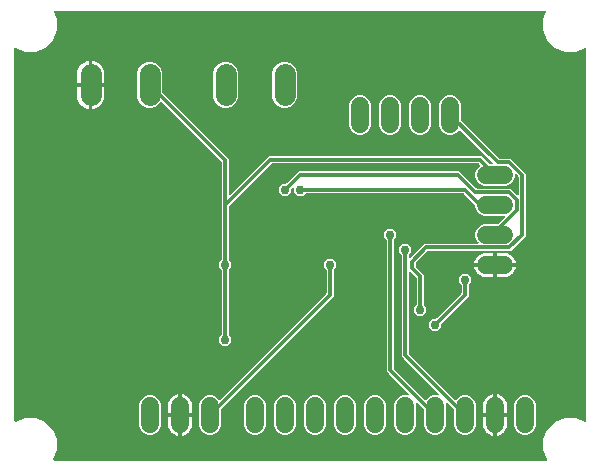
<source format=gbr>
G04 EAGLE Gerber RS-274X export*
G75*
%MOMM*%
%FSLAX34Y34*%
%LPD*%
%INBottom Copper*%
%IPPOS*%
%AMOC8*
5,1,8,0,0,1.08239X$1,22.5*%
G01*
%ADD10C,1.524000*%
%ADD11C,1.790700*%
%ADD12C,0.756400*%
%ADD13C,0.304800*%

G36*
X462338Y11946D02*
X462338Y11946D01*
X462383Y11944D01*
X462458Y11966D01*
X462535Y11979D01*
X462576Y12000D01*
X462620Y12013D01*
X462684Y12057D01*
X462752Y12094D01*
X462784Y12127D01*
X462822Y12153D01*
X462868Y12216D01*
X462922Y12272D01*
X462941Y12314D01*
X462968Y12350D01*
X462993Y12424D01*
X463025Y12495D01*
X463030Y12541D01*
X463045Y12584D01*
X463044Y12662D01*
X463052Y12739D01*
X463043Y12784D01*
X463042Y12830D01*
X463004Y12962D01*
X463000Y12980D01*
X462998Y12984D01*
X462996Y12991D01*
X459739Y20853D01*
X459739Y29947D01*
X463220Y38350D01*
X469650Y44780D01*
X478053Y48261D01*
X487147Y48261D01*
X495009Y45004D01*
X495053Y44994D01*
X495095Y44975D01*
X495172Y44966D01*
X495248Y44948D01*
X495294Y44953D01*
X495339Y44948D01*
X495416Y44964D01*
X495493Y44971D01*
X495535Y44990D01*
X495580Y45000D01*
X495647Y45040D01*
X495718Y45071D01*
X495752Y45102D01*
X495791Y45126D01*
X495842Y45185D01*
X495899Y45238D01*
X495921Y45278D01*
X495951Y45313D01*
X495980Y45385D01*
X496017Y45453D01*
X496026Y45498D01*
X496043Y45541D01*
X496058Y45677D01*
X496061Y45695D01*
X496060Y45700D01*
X496061Y45708D01*
X496061Y360692D01*
X496054Y360738D01*
X496056Y360783D01*
X496034Y360858D01*
X496022Y360935D01*
X496000Y360976D01*
X495987Y361020D01*
X495943Y361084D01*
X495906Y361152D01*
X495873Y361184D01*
X495847Y361222D01*
X495784Y361268D01*
X495728Y361322D01*
X495686Y361341D01*
X495650Y361368D01*
X495576Y361393D01*
X495505Y361425D01*
X495459Y361430D01*
X495416Y361445D01*
X495338Y361444D01*
X495261Y361452D01*
X495216Y361443D01*
X495170Y361442D01*
X495038Y361404D01*
X495020Y361400D01*
X495016Y361398D01*
X495009Y361396D01*
X487147Y358139D01*
X478053Y358139D01*
X469650Y361620D01*
X463220Y368050D01*
X459739Y376453D01*
X459739Y385547D01*
X462365Y391887D01*
X462376Y391931D01*
X462395Y391973D01*
X462404Y392050D01*
X462421Y392126D01*
X462417Y392172D01*
X462422Y392217D01*
X462406Y392294D01*
X462398Y392371D01*
X462380Y392413D01*
X462370Y392458D01*
X462330Y392525D01*
X462298Y392596D01*
X462267Y392630D01*
X462244Y392669D01*
X462185Y392720D01*
X462132Y392777D01*
X462092Y392799D01*
X462057Y392829D01*
X461985Y392858D01*
X461916Y392895D01*
X461871Y392904D01*
X461829Y392921D01*
X461693Y392936D01*
X461674Y392939D01*
X461669Y392938D01*
X461662Y392939D01*
X46338Y392939D01*
X46293Y392932D01*
X46247Y392934D01*
X46172Y392912D01*
X46095Y392900D01*
X46055Y392878D01*
X46011Y392865D01*
X45947Y392821D01*
X45878Y392784D01*
X45846Y392751D01*
X45809Y392725D01*
X45762Y392662D01*
X45709Y392606D01*
X45689Y392564D01*
X45662Y392528D01*
X45638Y392454D01*
X45605Y392383D01*
X45600Y392337D01*
X45586Y392294D01*
X45586Y392216D01*
X45578Y392139D01*
X45588Y392094D01*
X45588Y392048D01*
X45626Y391916D01*
X45630Y391898D01*
X45633Y391894D01*
X45635Y391887D01*
X48261Y385547D01*
X48261Y376453D01*
X44780Y368050D01*
X38350Y361620D01*
X29947Y358139D01*
X20853Y358139D01*
X12991Y361396D01*
X12947Y361406D01*
X12905Y361425D01*
X12828Y361434D01*
X12752Y361452D01*
X12706Y361447D01*
X12661Y361452D01*
X12584Y361436D01*
X12507Y361429D01*
X12465Y361410D01*
X12420Y361400D01*
X12353Y361360D01*
X12282Y361329D01*
X12248Y361298D01*
X12209Y361274D01*
X12159Y361215D01*
X12101Y361162D01*
X12079Y361122D01*
X12049Y361087D01*
X12020Y361015D01*
X11983Y360947D01*
X11974Y360902D01*
X11957Y360859D01*
X11942Y360723D01*
X11939Y360705D01*
X11940Y360700D01*
X11939Y360692D01*
X11939Y45708D01*
X11946Y45662D01*
X11944Y45617D01*
X11966Y45542D01*
X11979Y45465D01*
X12000Y45424D01*
X12013Y45380D01*
X12057Y45316D01*
X12094Y45248D01*
X12127Y45216D01*
X12153Y45178D01*
X12216Y45132D01*
X12272Y45078D01*
X12314Y45059D01*
X12350Y45032D01*
X12424Y45007D01*
X12495Y44975D01*
X12541Y44970D01*
X12584Y44955D01*
X12662Y44956D01*
X12739Y44948D01*
X12784Y44957D01*
X12830Y44958D01*
X12962Y44996D01*
X12980Y45000D01*
X12984Y45002D01*
X12991Y45004D01*
X20853Y48261D01*
X29947Y48261D01*
X38350Y44780D01*
X44780Y38350D01*
X48261Y29947D01*
X48261Y20853D01*
X45004Y12991D01*
X44994Y12947D01*
X44975Y12905D01*
X44966Y12828D01*
X44948Y12752D01*
X44953Y12706D01*
X44948Y12661D01*
X44964Y12584D01*
X44971Y12507D01*
X44990Y12465D01*
X45000Y12420D01*
X45040Y12353D01*
X45071Y12282D01*
X45102Y12248D01*
X45126Y12209D01*
X45185Y12159D01*
X45238Y12101D01*
X45278Y12079D01*
X45313Y12049D01*
X45385Y12020D01*
X45453Y11983D01*
X45498Y11974D01*
X45541Y11957D01*
X45677Y11942D01*
X45695Y11939D01*
X45700Y11940D01*
X45708Y11939D01*
X462292Y11939D01*
X462338Y11946D01*
G37*
%LPC*%
G36*
X341081Y34035D02*
X341081Y34035D01*
X337720Y35427D01*
X335147Y38000D01*
X333755Y41361D01*
X333755Y60239D01*
X335147Y63600D01*
X337720Y66173D01*
X341081Y67565D01*
X344719Y67565D01*
X345459Y67258D01*
X345554Y67236D01*
X345647Y67207D01*
X345673Y67208D01*
X345699Y67202D01*
X345795Y67211D01*
X345893Y67214D01*
X345917Y67223D01*
X345943Y67225D01*
X346032Y67265D01*
X346124Y67298D01*
X346144Y67314D01*
X346168Y67325D01*
X346240Y67391D01*
X346316Y67452D01*
X346330Y67474D01*
X346349Y67492D01*
X346396Y67577D01*
X346449Y67659D01*
X346455Y67684D01*
X346468Y67707D01*
X346485Y67803D01*
X346509Y67897D01*
X346507Y67923D01*
X346512Y67949D01*
X346497Y68046D01*
X346490Y68142D01*
X346480Y68166D01*
X346476Y68192D01*
X346432Y68279D01*
X346393Y68369D01*
X346373Y68394D01*
X346364Y68412D01*
X346341Y68435D01*
X346289Y68500D01*
X329160Y85628D01*
X327151Y87637D01*
X327151Y198429D01*
X327137Y198519D01*
X327129Y198610D01*
X327117Y198639D01*
X327112Y198671D01*
X327069Y198752D01*
X327033Y198836D01*
X327007Y198868D01*
X326996Y198889D01*
X326973Y198911D01*
X326962Y198925D01*
X326955Y198936D01*
X326948Y198942D01*
X326928Y198967D01*
X324893Y201002D01*
X324893Y205398D01*
X328002Y208507D01*
X332398Y208507D01*
X335507Y205398D01*
X335507Y201002D01*
X333472Y198967D01*
X333427Y198905D01*
X333397Y198873D01*
X333391Y198861D01*
X333359Y198823D01*
X333347Y198793D01*
X333328Y198767D01*
X333301Y198680D01*
X333267Y198595D01*
X333263Y198554D01*
X333256Y198532D01*
X333257Y198500D01*
X333249Y198429D01*
X333249Y90478D01*
X333263Y90388D01*
X333271Y90297D01*
X333283Y90267D01*
X333288Y90235D01*
X333331Y90155D01*
X333367Y90071D01*
X333393Y90039D01*
X333404Y90018D01*
X333427Y89996D01*
X333472Y89940D01*
X359641Y63770D01*
X359657Y63759D01*
X359670Y63743D01*
X359757Y63687D01*
X359841Y63627D01*
X359860Y63621D01*
X359877Y63610D01*
X359977Y63585D01*
X360076Y63554D01*
X360096Y63555D01*
X360115Y63550D01*
X360218Y63558D01*
X360322Y63561D01*
X360341Y63568D01*
X360360Y63569D01*
X360455Y63610D01*
X360553Y63645D01*
X360569Y63658D01*
X360587Y63666D01*
X360718Y63770D01*
X363120Y66173D01*
X366481Y67565D01*
X370119Y67565D01*
X370859Y67258D01*
X370954Y67236D01*
X371047Y67207D01*
X371073Y67208D01*
X371099Y67202D01*
X371195Y67211D01*
X371293Y67214D01*
X371317Y67223D01*
X371343Y67225D01*
X371432Y67265D01*
X371524Y67298D01*
X371544Y67315D01*
X371568Y67325D01*
X371640Y67391D01*
X371716Y67452D01*
X371730Y67474D01*
X371749Y67492D01*
X371796Y67577D01*
X371849Y67659D01*
X371855Y67684D01*
X371868Y67707D01*
X371885Y67803D01*
X371909Y67897D01*
X371907Y67923D01*
X371912Y67949D01*
X371897Y68046D01*
X371890Y68142D01*
X371880Y68166D01*
X371876Y68192D01*
X371832Y68279D01*
X371793Y68369D01*
X371773Y68394D01*
X371764Y68412D01*
X371741Y68435D01*
X371689Y68500D01*
X341860Y98328D01*
X339851Y100337D01*
X339851Y185729D01*
X339837Y185819D01*
X339829Y185910D01*
X339817Y185939D01*
X339812Y185971D01*
X339769Y186052D01*
X339733Y186136D01*
X339707Y186168D01*
X339696Y186189D01*
X339673Y186211D01*
X339628Y186267D01*
X337593Y188302D01*
X337593Y192698D01*
X340702Y195807D01*
X345098Y195807D01*
X348207Y192698D01*
X348207Y188302D01*
X346172Y186267D01*
X346119Y186193D01*
X346059Y186123D01*
X346047Y186093D01*
X346028Y186067D01*
X346001Y185980D01*
X345967Y185895D01*
X345963Y185854D01*
X345956Y185832D01*
X345957Y185800D01*
X345949Y185729D01*
X345949Y183957D01*
X345950Y183947D01*
X345950Y183942D01*
X345956Y183914D01*
X345960Y183887D01*
X345962Y183815D01*
X345980Y183766D01*
X345988Y183714D01*
X346022Y183651D01*
X346047Y183584D01*
X346079Y183543D01*
X346104Y183497D01*
X346156Y183448D01*
X346200Y183392D01*
X346244Y183364D01*
X346282Y183328D01*
X346347Y183298D01*
X346407Y183259D01*
X346458Y183246D01*
X346505Y183224D01*
X346576Y183216D01*
X346646Y183199D01*
X346698Y183203D01*
X346749Y183197D01*
X346820Y183212D01*
X346891Y183218D01*
X346939Y183238D01*
X346990Y183249D01*
X347051Y183286D01*
X347117Y183314D01*
X347173Y183359D01*
X347201Y183375D01*
X347216Y183393D01*
X347248Y183419D01*
X357401Y193572D01*
X359410Y195581D01*
X404329Y195581D01*
X404400Y195592D01*
X404471Y195594D01*
X404520Y195612D01*
X404572Y195620D01*
X404635Y195654D01*
X404702Y195679D01*
X404743Y195711D01*
X404789Y195736D01*
X404838Y195788D01*
X404894Y195832D01*
X404923Y195876D01*
X404958Y195914D01*
X404989Y195979D01*
X405027Y196039D01*
X405040Y196090D01*
X405062Y196137D01*
X405070Y196208D01*
X405087Y196278D01*
X405083Y196330D01*
X405089Y196381D01*
X405074Y196452D01*
X405068Y196523D01*
X405048Y196571D01*
X405037Y196622D01*
X405000Y196683D01*
X404972Y196749D01*
X404927Y196805D01*
X404911Y196833D01*
X404893Y196848D01*
X404867Y196880D01*
X403727Y198020D01*
X402335Y201381D01*
X402335Y205019D01*
X403727Y208380D01*
X406300Y210953D01*
X409661Y212345D01*
X420925Y212345D01*
X421015Y212359D01*
X421106Y212367D01*
X421135Y212379D01*
X421167Y212384D01*
X421248Y212427D01*
X421332Y212463D01*
X421364Y212489D01*
X421385Y212500D01*
X421407Y212523D01*
X421463Y212568D01*
X427051Y218156D01*
X427093Y218214D01*
X427142Y218266D01*
X427164Y218313D01*
X427195Y218355D01*
X427216Y218424D01*
X427246Y218489D01*
X427252Y218541D01*
X427267Y218591D01*
X427265Y218662D01*
X427273Y218733D01*
X427262Y218784D01*
X427261Y218836D01*
X427236Y218904D01*
X427221Y218974D01*
X427194Y219019D01*
X427176Y219067D01*
X427131Y219123D01*
X427095Y219185D01*
X427055Y219219D01*
X427022Y219259D01*
X426962Y219298D01*
X426908Y219345D01*
X426859Y219364D01*
X426816Y219392D01*
X426746Y219410D01*
X426679Y219437D01*
X426608Y219445D01*
X426577Y219453D01*
X426554Y219451D01*
X426513Y219455D01*
X409661Y219455D01*
X406300Y220847D01*
X403727Y223420D01*
X402335Y226781D01*
X402335Y228038D01*
X402321Y228128D01*
X402313Y228219D01*
X402301Y228249D01*
X402296Y228281D01*
X402253Y228361D01*
X402217Y228445D01*
X402191Y228477D01*
X402180Y228498D01*
X402157Y228520D01*
X402112Y228576D01*
X392660Y238028D01*
X392586Y238081D01*
X392517Y238141D01*
X392487Y238153D01*
X392460Y238172D01*
X392373Y238199D01*
X392289Y238233D01*
X392248Y238237D01*
X392225Y238244D01*
X392193Y238243D01*
X392122Y238251D01*
X258771Y238251D01*
X258681Y238237D01*
X258590Y238229D01*
X258561Y238217D01*
X258529Y238212D01*
X258448Y238169D01*
X258364Y238133D01*
X258332Y238107D01*
X258311Y238096D01*
X258289Y238073D01*
X258233Y238028D01*
X256198Y235993D01*
X251802Y235993D01*
X248693Y239102D01*
X248693Y242544D01*
X248682Y242615D01*
X248680Y242686D01*
X248662Y242735D01*
X248654Y242787D01*
X248620Y242850D01*
X248595Y242917D01*
X248563Y242958D01*
X248538Y243004D01*
X248486Y243053D01*
X248442Y243109D01*
X248398Y243137D01*
X248360Y243173D01*
X248295Y243204D01*
X248235Y243242D01*
X248184Y243255D01*
X248137Y243277D01*
X248066Y243285D01*
X247996Y243302D01*
X247944Y243298D01*
X247893Y243304D01*
X247822Y243289D01*
X247751Y243283D01*
X247703Y243263D01*
X247652Y243252D01*
X247591Y243215D01*
X247525Y243187D01*
X247469Y243142D01*
X247441Y243126D01*
X247426Y243108D01*
X247394Y243082D01*
X246830Y242518D01*
X246776Y242444D01*
X246717Y242375D01*
X246705Y242345D01*
X246686Y242318D01*
X246659Y242231D01*
X246625Y242147D01*
X246621Y242106D01*
X246614Y242083D01*
X246615Y242051D01*
X246607Y241980D01*
X246607Y239102D01*
X243498Y235993D01*
X239102Y235993D01*
X235993Y239102D01*
X235993Y243498D01*
X239102Y246607D01*
X241980Y246607D01*
X242070Y246621D01*
X242161Y246629D01*
X242191Y246641D01*
X242223Y246646D01*
X242303Y246689D01*
X242387Y246725D01*
X242419Y246751D01*
X242440Y246762D01*
X242462Y246785D01*
X242518Y246830D01*
X252737Y257049D01*
X388729Y257049D01*
X403238Y242540D01*
X403312Y242487D01*
X403381Y242427D01*
X403411Y242415D01*
X403437Y242396D01*
X403524Y242369D01*
X403609Y242335D01*
X403650Y242331D01*
X403673Y242324D01*
X403705Y242325D01*
X403776Y242317D01*
X432402Y242317D01*
X434411Y240308D01*
X437612Y237107D01*
X437670Y237065D01*
X437722Y237015D01*
X437769Y236994D01*
X437811Y236963D01*
X437880Y236942D01*
X437945Y236912D01*
X437997Y236906D01*
X438047Y236891D01*
X438118Y236893D01*
X438189Y236885D01*
X438240Y236896D01*
X438292Y236897D01*
X438360Y236922D01*
X438430Y236937D01*
X438475Y236964D01*
X438523Y236982D01*
X438579Y237026D01*
X438641Y237063D01*
X438675Y237103D01*
X438715Y237135D01*
X438754Y237196D01*
X438801Y237250D01*
X438820Y237298D01*
X438848Y237342D01*
X438866Y237412D01*
X438893Y237478D01*
X438901Y237550D01*
X438909Y237581D01*
X438907Y237604D01*
X438911Y237645D01*
X438911Y252269D01*
X438897Y252359D01*
X438889Y252450D01*
X438877Y252479D01*
X438872Y252511D01*
X438829Y252592D01*
X438793Y252676D01*
X438767Y252708D01*
X438756Y252729D01*
X438733Y252751D01*
X438688Y252807D01*
X437164Y254331D01*
X437106Y254373D01*
X437054Y254422D01*
X437007Y254444D01*
X436965Y254475D01*
X436896Y254496D01*
X436831Y254526D01*
X436779Y254532D01*
X436729Y254547D01*
X436658Y254545D01*
X436587Y254553D01*
X436536Y254542D01*
X436484Y254541D01*
X436416Y254516D01*
X436346Y254501D01*
X436301Y254474D01*
X436253Y254456D01*
X436197Y254411D01*
X436135Y254375D01*
X436101Y254335D01*
X436061Y254302D01*
X436022Y254242D01*
X435975Y254188D01*
X435956Y254139D01*
X435928Y254096D01*
X435910Y254026D01*
X435883Y253959D01*
X435875Y253888D01*
X435867Y253857D01*
X435869Y253834D01*
X435865Y253793D01*
X435865Y252181D01*
X434473Y248820D01*
X431900Y246247D01*
X428539Y244855D01*
X409661Y244855D01*
X406300Y246247D01*
X403727Y248820D01*
X402335Y252181D01*
X402335Y255819D01*
X403727Y259180D01*
X406130Y261582D01*
X406141Y261598D01*
X406157Y261611D01*
X406213Y261698D01*
X406273Y261782D01*
X406279Y261801D01*
X406290Y261818D01*
X406315Y261918D01*
X406346Y262017D01*
X406345Y262037D01*
X406350Y262056D01*
X406342Y262159D01*
X406339Y262263D01*
X406332Y262282D01*
X406331Y262302D01*
X406290Y262396D01*
X406255Y262494D01*
X406242Y262510D01*
X406234Y262528D01*
X406130Y262659D01*
X405360Y263428D01*
X405286Y263481D01*
X405217Y263541D01*
X405187Y263553D01*
X405160Y263572D01*
X405073Y263599D01*
X404989Y263633D01*
X404948Y263637D01*
X404925Y263644D01*
X404893Y263643D01*
X404822Y263651D01*
X230178Y263651D01*
X230088Y263637D01*
X229997Y263629D01*
X229967Y263617D01*
X229935Y263612D01*
X229855Y263569D01*
X229771Y263533D01*
X229739Y263507D01*
X229718Y263496D01*
X229696Y263473D01*
X229640Y263428D01*
X193772Y227560D01*
X193719Y227486D01*
X193659Y227417D01*
X193647Y227387D01*
X193628Y227360D01*
X193601Y227273D01*
X193567Y227189D01*
X193563Y227148D01*
X193556Y227125D01*
X193557Y227093D01*
X193549Y227022D01*
X193549Y182571D01*
X193563Y182481D01*
X193571Y182390D01*
X193583Y182361D01*
X193588Y182329D01*
X193631Y182248D01*
X193667Y182164D01*
X193693Y182132D01*
X193704Y182111D01*
X193727Y182089D01*
X193772Y182033D01*
X195807Y179998D01*
X195807Y175602D01*
X193772Y173567D01*
X193719Y173493D01*
X193659Y173423D01*
X193647Y173393D01*
X193628Y173367D01*
X193601Y173280D01*
X193567Y173195D01*
X193563Y173154D01*
X193556Y173132D01*
X193557Y173100D01*
X193549Y173029D01*
X193549Y119071D01*
X193563Y118981D01*
X193571Y118890D01*
X193583Y118861D01*
X193588Y118829D01*
X193631Y118748D01*
X193667Y118664D01*
X193693Y118632D01*
X193704Y118611D01*
X193727Y118589D01*
X193772Y118533D01*
X195807Y116498D01*
X195807Y112102D01*
X192698Y108993D01*
X188302Y108993D01*
X185193Y112102D01*
X185193Y116498D01*
X187228Y118533D01*
X187281Y118607D01*
X187341Y118677D01*
X187353Y118707D01*
X187372Y118733D01*
X187399Y118820D01*
X187433Y118905D01*
X187437Y118946D01*
X187444Y118968D01*
X187443Y119000D01*
X187451Y119071D01*
X187451Y173029D01*
X187437Y173119D01*
X187429Y173210D01*
X187417Y173239D01*
X187412Y173271D01*
X187369Y173352D01*
X187333Y173436D01*
X187307Y173468D01*
X187296Y173489D01*
X187273Y173511D01*
X187228Y173567D01*
X185193Y175602D01*
X185193Y179998D01*
X187228Y182033D01*
X187281Y182107D01*
X187341Y182177D01*
X187353Y182207D01*
X187372Y182233D01*
X187399Y182320D01*
X187433Y182405D01*
X187437Y182446D01*
X187444Y182468D01*
X187443Y182500D01*
X187451Y182571D01*
X187451Y264722D01*
X187437Y264812D01*
X187429Y264903D01*
X187417Y264933D01*
X187412Y264965D01*
X187369Y265045D01*
X187333Y265129D01*
X187307Y265161D01*
X187296Y265182D01*
X187273Y265204D01*
X187228Y265260D01*
X136785Y315704D01*
X136748Y315730D01*
X136717Y315764D01*
X136648Y315802D01*
X136585Y315847D01*
X136541Y315861D01*
X136501Y315883D01*
X136424Y315897D01*
X136350Y315919D01*
X136304Y315918D01*
X136259Y315926D01*
X136182Y315915D01*
X136104Y315913D01*
X136061Y315897D01*
X136016Y315891D01*
X135946Y315855D01*
X135873Y315829D01*
X135837Y315800D01*
X135796Y315779D01*
X135742Y315724D01*
X135681Y315675D01*
X135656Y315636D01*
X135624Y315604D01*
X135558Y315484D01*
X135548Y315468D01*
X135547Y315463D01*
X135543Y315457D01*
X135483Y315311D01*
X132535Y312363D01*
X128684Y310768D01*
X124516Y310768D01*
X120665Y312363D01*
X117717Y315311D01*
X116122Y319162D01*
X116122Y341238D01*
X117717Y345089D01*
X120665Y348037D01*
X124516Y349632D01*
X128684Y349632D01*
X132535Y348037D01*
X135483Y345089D01*
X137078Y341238D01*
X137078Y324349D01*
X137093Y324259D01*
X137100Y324168D01*
X137113Y324138D01*
X137118Y324106D01*
X137161Y324025D01*
X137196Y323941D01*
X137222Y323909D01*
X137233Y323889D01*
X137256Y323866D01*
X137301Y323810D01*
X193549Y267563D01*
X193549Y237798D01*
X193560Y237727D01*
X193562Y237656D01*
X193580Y237607D01*
X193588Y237555D01*
X193622Y237492D01*
X193647Y237425D01*
X193679Y237384D01*
X193704Y237338D01*
X193756Y237289D01*
X193800Y237233D01*
X193844Y237204D01*
X193882Y237169D01*
X193947Y237138D01*
X194007Y237100D01*
X194058Y237087D01*
X194105Y237065D01*
X194176Y237057D01*
X194246Y237040D01*
X194298Y237044D01*
X194349Y237038D01*
X194420Y237053D01*
X194491Y237059D01*
X194539Y237079D01*
X194590Y237090D01*
X194651Y237127D01*
X194717Y237155D01*
X194773Y237200D01*
X194801Y237216D01*
X194816Y237234D01*
X194848Y237260D01*
X227337Y269749D01*
X407663Y269749D01*
X414044Y263368D01*
X414118Y263315D01*
X414187Y263255D01*
X414217Y263243D01*
X414244Y263224D01*
X414331Y263197D01*
X414415Y263163D01*
X414456Y263159D01*
X414479Y263152D01*
X414511Y263153D01*
X414582Y263145D01*
X416506Y263145D01*
X416577Y263156D01*
X416648Y263158D01*
X416697Y263176D01*
X416749Y263184D01*
X416812Y263218D01*
X416879Y263243D01*
X416920Y263275D01*
X416966Y263300D01*
X417015Y263351D01*
X417071Y263396D01*
X417100Y263440D01*
X417135Y263478D01*
X417166Y263543D01*
X417204Y263603D01*
X417217Y263654D01*
X417239Y263701D01*
X417247Y263772D01*
X417264Y263842D01*
X417260Y263894D01*
X417266Y263945D01*
X417251Y264016D01*
X417245Y264087D01*
X417225Y264135D01*
X417214Y264186D01*
X417177Y264247D01*
X417149Y264313D01*
X417104Y264369D01*
X417088Y264397D01*
X417082Y264402D01*
X417081Y264403D01*
X417067Y264415D01*
X417044Y264444D01*
X389659Y291830D01*
X389643Y291841D01*
X389630Y291857D01*
X389543Y291913D01*
X389459Y291973D01*
X389440Y291979D01*
X389423Y291990D01*
X389323Y292015D01*
X389224Y292046D01*
X389204Y292045D01*
X389185Y292050D01*
X389082Y292042D01*
X388978Y292039D01*
X388959Y292032D01*
X388940Y292031D01*
X388845Y291990D01*
X388747Y291955D01*
X388731Y291942D01*
X388713Y291934D01*
X388582Y291830D01*
X386180Y289427D01*
X382819Y288035D01*
X379181Y288035D01*
X375820Y289427D01*
X373247Y292000D01*
X371855Y295361D01*
X371855Y314239D01*
X373247Y317600D01*
X375820Y320173D01*
X379181Y321565D01*
X382819Y321565D01*
X386180Y320173D01*
X388753Y317600D01*
X390145Y314239D01*
X390145Y300282D01*
X390159Y300192D01*
X390167Y300101D01*
X390179Y300071D01*
X390184Y300039D01*
X390227Y299959D01*
X390263Y299875D01*
X390289Y299843D01*
X390300Y299822D01*
X390323Y299800D01*
X390368Y299744D01*
X422172Y267940D01*
X422246Y267887D01*
X422315Y267827D01*
X422345Y267815D01*
X422372Y267796D01*
X422459Y267769D01*
X422543Y267735D01*
X422584Y267731D01*
X422607Y267724D01*
X422639Y267725D01*
X422710Y267717D01*
X432402Y267717D01*
X445009Y255110D01*
X445009Y202090D01*
X432402Y189483D01*
X362251Y189483D01*
X362161Y189469D01*
X362070Y189461D01*
X362040Y189449D01*
X362008Y189444D01*
X361928Y189401D01*
X361844Y189365D01*
X361812Y189339D01*
X361791Y189328D01*
X361769Y189305D01*
X361713Y189260D01*
X352042Y179589D01*
X351989Y179515D01*
X351929Y179446D01*
X351917Y179416D01*
X351898Y179389D01*
X351871Y179303D01*
X351837Y179218D01*
X351833Y179177D01*
X351826Y179154D01*
X351827Y179122D01*
X351819Y179051D01*
X351819Y176549D01*
X351833Y176459D01*
X351841Y176368D01*
X351853Y176338D01*
X351858Y176306D01*
X351901Y176226D01*
X351937Y176142D01*
X351963Y176110D01*
X351974Y176089D01*
X351997Y176067D01*
X352042Y176011D01*
X358649Y169404D01*
X358649Y144471D01*
X358663Y144381D01*
X358671Y144290D01*
X358683Y144261D01*
X358688Y144229D01*
X358731Y144148D01*
X358767Y144064D01*
X358793Y144032D01*
X358804Y144011D01*
X358827Y143989D01*
X358872Y143933D01*
X360907Y141898D01*
X360907Y137502D01*
X357798Y134393D01*
X353402Y134393D01*
X350293Y137502D01*
X350293Y141898D01*
X352328Y143933D01*
X352381Y144007D01*
X352441Y144077D01*
X352453Y144107D01*
X352472Y144133D01*
X352499Y144220D01*
X352533Y144305D01*
X352537Y144346D01*
X352544Y144368D01*
X352543Y144400D01*
X352551Y144471D01*
X352551Y166563D01*
X352537Y166653D01*
X352529Y166744D01*
X352517Y166773D01*
X352512Y166805D01*
X352469Y166886D01*
X352433Y166970D01*
X352407Y167002D01*
X352396Y167023D01*
X352373Y167045D01*
X352328Y167101D01*
X347248Y172181D01*
X347190Y172223D01*
X347138Y172272D01*
X347091Y172294D01*
X347049Y172325D01*
X346980Y172346D01*
X346915Y172376D01*
X346863Y172382D01*
X346813Y172397D01*
X346742Y172395D01*
X346671Y172403D01*
X346620Y172392D01*
X346568Y172391D01*
X346500Y172366D01*
X346430Y172351D01*
X346385Y172324D01*
X346337Y172306D01*
X346281Y172261D01*
X346219Y172225D01*
X346185Y172185D01*
X346145Y172152D01*
X346106Y172092D01*
X346059Y172038D01*
X346040Y171989D01*
X346012Y171946D01*
X345994Y171876D01*
X345967Y171809D01*
X345959Y171738D01*
X345951Y171707D01*
X345953Y171684D01*
X345949Y171643D01*
X345949Y103178D01*
X345963Y103088D01*
X345971Y102997D01*
X345983Y102967D01*
X345988Y102935D01*
X346031Y102855D01*
X346067Y102771D01*
X346093Y102739D01*
X346104Y102718D01*
X346127Y102696D01*
X346172Y102640D01*
X385041Y63770D01*
X385057Y63759D01*
X385070Y63743D01*
X385157Y63687D01*
X385241Y63627D01*
X385260Y63621D01*
X385277Y63610D01*
X385377Y63585D01*
X385476Y63554D01*
X385496Y63555D01*
X385515Y63550D01*
X385618Y63558D01*
X385722Y63561D01*
X385741Y63568D01*
X385760Y63569D01*
X385855Y63610D01*
X385953Y63645D01*
X385969Y63658D01*
X385987Y63666D01*
X386118Y63770D01*
X388520Y66173D01*
X391881Y67565D01*
X395519Y67565D01*
X398880Y66173D01*
X401453Y63600D01*
X402845Y60239D01*
X402845Y41361D01*
X401453Y38000D01*
X398880Y35427D01*
X395519Y34035D01*
X391881Y34035D01*
X388520Y35427D01*
X385947Y38000D01*
X384555Y41361D01*
X384555Y55318D01*
X384541Y55408D01*
X384533Y55499D01*
X384521Y55529D01*
X384516Y55561D01*
X384490Y55609D01*
X384490Y55610D01*
X384487Y55615D01*
X384473Y55641D01*
X384437Y55725D01*
X384411Y55757D01*
X384400Y55778D01*
X384377Y55800D01*
X384373Y55805D01*
X384364Y55821D01*
X384354Y55830D01*
X384332Y55856D01*
X378380Y61809D01*
X378301Y61865D01*
X378226Y61928D01*
X378201Y61937D01*
X378180Y61952D01*
X378087Y61981D01*
X377996Y62016D01*
X377970Y62017D01*
X377945Y62025D01*
X377848Y62022D01*
X377750Y62026D01*
X377725Y62019D01*
X377699Y62018D01*
X377607Y61985D01*
X377514Y61958D01*
X377493Y61943D01*
X377468Y61934D01*
X377392Y61873D01*
X377312Y61817D01*
X377296Y61796D01*
X377276Y61780D01*
X377223Y61698D01*
X377165Y61620D01*
X377157Y61595D01*
X377143Y61573D01*
X377119Y61479D01*
X377089Y61386D01*
X377089Y61360D01*
X377083Y61335D01*
X377091Y61238D01*
X377091Y61140D01*
X377101Y61109D01*
X377102Y61089D01*
X377115Y61059D01*
X377138Y60979D01*
X377445Y60239D01*
X377445Y41361D01*
X376053Y38000D01*
X373480Y35427D01*
X370119Y34035D01*
X366481Y34035D01*
X363120Y35427D01*
X360547Y38000D01*
X359155Y41361D01*
X359155Y55318D01*
X359141Y55408D01*
X359133Y55499D01*
X359121Y55529D01*
X359116Y55561D01*
X359090Y55609D01*
X359090Y55610D01*
X359087Y55615D01*
X359073Y55641D01*
X359037Y55725D01*
X359011Y55757D01*
X359000Y55778D01*
X358977Y55800D01*
X358973Y55805D01*
X358964Y55821D01*
X358954Y55830D01*
X358932Y55856D01*
X352980Y61809D01*
X352901Y61866D01*
X352826Y61928D01*
X352801Y61937D01*
X352780Y61952D01*
X352687Y61981D01*
X352596Y62016D01*
X352570Y62017D01*
X352545Y62025D01*
X352448Y62022D01*
X352350Y62026D01*
X352325Y62019D01*
X352299Y62018D01*
X352208Y61985D01*
X352114Y61958D01*
X352093Y61943D01*
X352068Y61934D01*
X351992Y61873D01*
X351912Y61817D01*
X351896Y61796D01*
X351876Y61780D01*
X351823Y61698D01*
X351765Y61620D01*
X351757Y61595D01*
X351743Y61573D01*
X351719Y61479D01*
X351689Y61386D01*
X351689Y61360D01*
X351683Y61335D01*
X351691Y61238D01*
X351691Y61140D01*
X351701Y61109D01*
X351702Y61089D01*
X351715Y61059D01*
X351738Y60979D01*
X352045Y60239D01*
X352045Y41361D01*
X350653Y38000D01*
X348080Y35427D01*
X344719Y34035D01*
X341081Y34035D01*
G37*
%LPD*%
%LPC*%
G36*
X175981Y34035D02*
X175981Y34035D01*
X172620Y35427D01*
X170047Y38000D01*
X168655Y41361D01*
X168655Y60239D01*
X170047Y63600D01*
X172620Y66173D01*
X175981Y67565D01*
X179619Y67565D01*
X182980Y66173D01*
X185382Y63770D01*
X185398Y63759D01*
X185411Y63743D01*
X185498Y63687D01*
X185582Y63627D01*
X185601Y63621D01*
X185618Y63610D01*
X185718Y63585D01*
X185817Y63554D01*
X185837Y63555D01*
X185856Y63550D01*
X185959Y63558D01*
X186063Y63561D01*
X186082Y63568D01*
X186102Y63569D01*
X186196Y63610D01*
X186294Y63645D01*
X186310Y63658D01*
X186328Y63666D01*
X186459Y63770D01*
X276128Y153440D01*
X276181Y153514D01*
X276241Y153583D01*
X276253Y153613D01*
X276272Y153640D01*
X276299Y153727D01*
X276333Y153811D01*
X276337Y153852D01*
X276344Y153875D01*
X276343Y153907D01*
X276351Y153978D01*
X276351Y173029D01*
X276337Y173119D01*
X276329Y173210D01*
X276317Y173239D01*
X276312Y173271D01*
X276269Y173352D01*
X276233Y173436D01*
X276207Y173468D01*
X276196Y173489D01*
X276173Y173511D01*
X276128Y173567D01*
X274093Y175602D01*
X274093Y179998D01*
X277202Y183107D01*
X281598Y183107D01*
X284707Y179998D01*
X284707Y175602D01*
X282672Y173567D01*
X282619Y173493D01*
X282559Y173423D01*
X282547Y173393D01*
X282528Y173367D01*
X282501Y173280D01*
X282467Y173195D01*
X282463Y173154D01*
X282456Y173132D01*
X282457Y173100D01*
X282449Y173029D01*
X282449Y151137D01*
X187168Y55856D01*
X187124Y55795D01*
X187089Y55758D01*
X187082Y55745D01*
X187055Y55713D01*
X187043Y55683D01*
X187024Y55656D01*
X186997Y55569D01*
X186963Y55485D01*
X186959Y55444D01*
X186952Y55421D01*
X186953Y55389D01*
X186945Y55318D01*
X186945Y41361D01*
X185553Y38000D01*
X182980Y35427D01*
X179619Y34035D01*
X175981Y34035D01*
G37*
%LPD*%
%LPC*%
G36*
X238816Y310768D02*
X238816Y310768D01*
X234965Y312363D01*
X232017Y315311D01*
X230422Y319162D01*
X230422Y341238D01*
X232017Y345089D01*
X234965Y348037D01*
X238816Y349632D01*
X242984Y349632D01*
X246835Y348037D01*
X249783Y345089D01*
X251378Y341238D01*
X251378Y319162D01*
X249783Y315311D01*
X246835Y312363D01*
X242984Y310768D01*
X238816Y310768D01*
G37*
%LPD*%
%LPC*%
G36*
X188816Y310768D02*
X188816Y310768D01*
X184965Y312363D01*
X182017Y315311D01*
X180422Y319162D01*
X180422Y341238D01*
X182017Y345089D01*
X184965Y348037D01*
X188816Y349632D01*
X192984Y349632D01*
X196835Y348037D01*
X199783Y345089D01*
X201378Y341238D01*
X201378Y319162D01*
X199783Y315311D01*
X196835Y312363D01*
X192984Y310768D01*
X188816Y310768D01*
G37*
%LPD*%
%LPC*%
G36*
X442681Y34035D02*
X442681Y34035D01*
X439320Y35427D01*
X436747Y38000D01*
X435355Y41361D01*
X435355Y60239D01*
X436747Y63600D01*
X439320Y66173D01*
X442681Y67565D01*
X446319Y67565D01*
X449680Y66173D01*
X452253Y63600D01*
X453645Y60239D01*
X453645Y41361D01*
X452253Y38000D01*
X449680Y35427D01*
X446319Y34035D01*
X442681Y34035D01*
G37*
%LPD*%
%LPC*%
G36*
X290281Y34035D02*
X290281Y34035D01*
X286920Y35427D01*
X284347Y38000D01*
X282955Y41361D01*
X282955Y60239D01*
X284347Y63600D01*
X286920Y66173D01*
X290281Y67565D01*
X293919Y67565D01*
X297280Y66173D01*
X299853Y63600D01*
X301245Y60239D01*
X301245Y41361D01*
X299853Y38000D01*
X297280Y35427D01*
X293919Y34035D01*
X290281Y34035D01*
G37*
%LPD*%
%LPC*%
G36*
X315681Y34035D02*
X315681Y34035D01*
X312320Y35427D01*
X309747Y38000D01*
X308355Y41361D01*
X308355Y60239D01*
X309747Y63600D01*
X312320Y66173D01*
X315681Y67565D01*
X319319Y67565D01*
X322680Y66173D01*
X325253Y63600D01*
X326645Y60239D01*
X326645Y41361D01*
X325253Y38000D01*
X322680Y35427D01*
X319319Y34035D01*
X315681Y34035D01*
G37*
%LPD*%
%LPC*%
G36*
X125181Y34035D02*
X125181Y34035D01*
X121820Y35427D01*
X119247Y38000D01*
X117855Y41361D01*
X117855Y60239D01*
X119247Y63600D01*
X121820Y66173D01*
X125181Y67565D01*
X128819Y67565D01*
X132180Y66173D01*
X134753Y63600D01*
X136145Y60239D01*
X136145Y41361D01*
X134753Y38000D01*
X132180Y35427D01*
X128819Y34035D01*
X125181Y34035D01*
G37*
%LPD*%
%LPC*%
G36*
X214081Y34035D02*
X214081Y34035D01*
X210720Y35427D01*
X208147Y38000D01*
X206755Y41361D01*
X206755Y60239D01*
X208147Y63600D01*
X210720Y66173D01*
X214081Y67565D01*
X217719Y67565D01*
X221080Y66173D01*
X223653Y63600D01*
X225045Y60239D01*
X225045Y41361D01*
X223653Y38000D01*
X221080Y35427D01*
X217719Y34035D01*
X214081Y34035D01*
G37*
%LPD*%
%LPC*%
G36*
X302981Y288035D02*
X302981Y288035D01*
X299620Y289427D01*
X297047Y292000D01*
X295655Y295361D01*
X295655Y314239D01*
X297047Y317600D01*
X299620Y320173D01*
X302981Y321565D01*
X306619Y321565D01*
X309980Y320173D01*
X312553Y317600D01*
X313945Y314239D01*
X313945Y295361D01*
X312553Y292000D01*
X309980Y289427D01*
X306619Y288035D01*
X302981Y288035D01*
G37*
%LPD*%
%LPC*%
G36*
X353781Y288035D02*
X353781Y288035D01*
X350420Y289427D01*
X347847Y292000D01*
X346455Y295361D01*
X346455Y314239D01*
X347847Y317600D01*
X350420Y320173D01*
X353781Y321565D01*
X357419Y321565D01*
X360780Y320173D01*
X363353Y317600D01*
X364745Y314239D01*
X364745Y295361D01*
X363353Y292000D01*
X360780Y289427D01*
X357419Y288035D01*
X353781Y288035D01*
G37*
%LPD*%
%LPC*%
G36*
X328381Y288035D02*
X328381Y288035D01*
X325020Y289427D01*
X322447Y292000D01*
X321055Y295361D01*
X321055Y314239D01*
X322447Y317600D01*
X325020Y320173D01*
X328381Y321565D01*
X332019Y321565D01*
X335380Y320173D01*
X337953Y317600D01*
X339345Y314239D01*
X339345Y295361D01*
X337953Y292000D01*
X335380Y289427D01*
X332019Y288035D01*
X328381Y288035D01*
G37*
%LPD*%
%LPC*%
G36*
X239481Y34035D02*
X239481Y34035D01*
X236120Y35427D01*
X233547Y38000D01*
X232155Y41361D01*
X232155Y60239D01*
X233547Y63600D01*
X236120Y66173D01*
X239481Y67565D01*
X243119Y67565D01*
X246480Y66173D01*
X249053Y63600D01*
X250445Y60239D01*
X250445Y41361D01*
X249053Y38000D01*
X246480Y35427D01*
X243119Y34035D01*
X239481Y34035D01*
G37*
%LPD*%
%LPC*%
G36*
X264881Y34035D02*
X264881Y34035D01*
X261520Y35427D01*
X258947Y38000D01*
X257555Y41361D01*
X257555Y60239D01*
X258947Y63600D01*
X261520Y66173D01*
X264881Y67565D01*
X268519Y67565D01*
X271880Y66173D01*
X274453Y63600D01*
X275845Y60239D01*
X275845Y41361D01*
X274453Y38000D01*
X271880Y35427D01*
X268519Y34035D01*
X264881Y34035D01*
G37*
%LPD*%
%LPC*%
G36*
X366102Y121693D02*
X366102Y121693D01*
X362993Y124802D01*
X362993Y129198D01*
X366102Y132307D01*
X368980Y132307D01*
X369070Y132321D01*
X369161Y132329D01*
X369191Y132341D01*
X369223Y132346D01*
X369303Y132389D01*
X369387Y132425D01*
X369419Y132451D01*
X369440Y132462D01*
X369462Y132485D01*
X369518Y132530D01*
X390428Y153440D01*
X390481Y153514D01*
X390541Y153583D01*
X390553Y153613D01*
X390572Y153640D01*
X390599Y153727D01*
X390633Y153811D01*
X390637Y153852D01*
X390644Y153875D01*
X390643Y153907D01*
X390651Y153978D01*
X390651Y160329D01*
X390637Y160419D01*
X390629Y160510D01*
X390617Y160539D01*
X390612Y160571D01*
X390569Y160652D01*
X390533Y160736D01*
X390507Y160768D01*
X390496Y160789D01*
X390473Y160811D01*
X390428Y160867D01*
X388393Y162902D01*
X388393Y167298D01*
X391502Y170407D01*
X395898Y170407D01*
X399007Y167298D01*
X399007Y162902D01*
X396972Y160867D01*
X396919Y160793D01*
X396859Y160723D01*
X396847Y160693D01*
X396828Y160667D01*
X396801Y160580D01*
X396767Y160495D01*
X396763Y160454D01*
X396756Y160432D01*
X396757Y160400D01*
X396749Y160329D01*
X396749Y151137D01*
X373830Y128218D01*
X373777Y128144D01*
X373717Y128075D01*
X373705Y128045D01*
X373686Y128018D01*
X373659Y127931D01*
X373625Y127847D01*
X373621Y127806D01*
X373614Y127783D01*
X373615Y127751D01*
X373607Y127680D01*
X373607Y124802D01*
X370498Y121693D01*
X366102Y121693D01*
G37*
%LPD*%
%LPC*%
G36*
X78123Y331723D02*
X78123Y331723D01*
X78123Y350550D01*
X79292Y350365D01*
X81012Y349806D01*
X82624Y348984D01*
X84088Y347921D01*
X85367Y346642D01*
X86431Y345178D01*
X87252Y343566D01*
X87811Y341845D01*
X88094Y340058D01*
X88094Y331723D01*
X78123Y331723D01*
G37*
%LPD*%
%LPC*%
G36*
X78123Y328677D02*
X78123Y328677D01*
X88094Y328677D01*
X88094Y320342D01*
X87811Y318555D01*
X87252Y316834D01*
X86431Y315222D01*
X85367Y313758D01*
X84088Y312479D01*
X82624Y311416D01*
X81012Y310594D01*
X79292Y310035D01*
X78123Y309850D01*
X78123Y328677D01*
G37*
%LPD*%
%LPC*%
G36*
X65106Y331723D02*
X65106Y331723D01*
X65106Y340058D01*
X65389Y341845D01*
X65948Y343566D01*
X66769Y345178D01*
X67833Y346642D01*
X69112Y347921D01*
X70576Y348984D01*
X72188Y349806D01*
X73908Y350365D01*
X75077Y350550D01*
X75077Y331723D01*
X65106Y331723D01*
G37*
%LPD*%
%LPC*%
G36*
X73908Y310035D02*
X73908Y310035D01*
X72188Y310594D01*
X70576Y311416D01*
X69112Y312479D01*
X67833Y313758D01*
X66769Y315222D01*
X65948Y316834D01*
X65389Y318555D01*
X65106Y320342D01*
X65106Y328677D01*
X75077Y328677D01*
X75077Y309850D01*
X73908Y310035D01*
G37*
%LPD*%
%LPC*%
G36*
X153923Y52323D02*
X153923Y52323D01*
X153923Y68466D01*
X154779Y68331D01*
X156300Y67836D01*
X157725Y67110D01*
X159019Y66170D01*
X160150Y65039D01*
X161090Y63745D01*
X161816Y62320D01*
X162311Y60799D01*
X162561Y59220D01*
X162561Y52323D01*
X153923Y52323D01*
G37*
%LPD*%
%LPC*%
G36*
X420623Y52323D02*
X420623Y52323D01*
X420623Y68466D01*
X421479Y68331D01*
X423000Y67836D01*
X424425Y67110D01*
X425719Y66170D01*
X426850Y65039D01*
X427790Y63745D01*
X428516Y62320D01*
X429011Y60799D01*
X429261Y59220D01*
X429261Y52323D01*
X420623Y52323D01*
G37*
%LPD*%
%LPC*%
G36*
X420623Y179323D02*
X420623Y179323D01*
X420623Y187961D01*
X427520Y187961D01*
X429099Y187711D01*
X430620Y187216D01*
X432045Y186490D01*
X433339Y185550D01*
X434470Y184419D01*
X435410Y183125D01*
X436136Y181700D01*
X436631Y180179D01*
X436766Y179323D01*
X420623Y179323D01*
G37*
%LPD*%
%LPC*%
G36*
X401434Y179323D02*
X401434Y179323D01*
X401569Y180179D01*
X402064Y181700D01*
X402790Y183125D01*
X403730Y184419D01*
X404861Y185550D01*
X406155Y186490D01*
X407580Y187216D01*
X409101Y187711D01*
X410680Y187961D01*
X417577Y187961D01*
X417577Y179323D01*
X401434Y179323D01*
G37*
%LPD*%
%LPC*%
G36*
X420623Y49277D02*
X420623Y49277D01*
X429261Y49277D01*
X429261Y42380D01*
X429011Y40801D01*
X428516Y39280D01*
X427790Y37855D01*
X426850Y36561D01*
X425719Y35430D01*
X424425Y34490D01*
X423000Y33764D01*
X421479Y33269D01*
X420623Y33134D01*
X420623Y49277D01*
G37*
%LPD*%
%LPC*%
G36*
X153923Y49277D02*
X153923Y49277D01*
X162561Y49277D01*
X162561Y42380D01*
X162311Y40801D01*
X161816Y39280D01*
X161090Y37855D01*
X160150Y36561D01*
X159019Y35430D01*
X157725Y34490D01*
X156300Y33764D01*
X154779Y33269D01*
X153923Y33134D01*
X153923Y49277D01*
G37*
%LPD*%
%LPC*%
G36*
X142239Y52323D02*
X142239Y52323D01*
X142239Y59220D01*
X142489Y60799D01*
X142984Y62320D01*
X143710Y63745D01*
X144650Y65039D01*
X145781Y66170D01*
X147075Y67110D01*
X148500Y67836D01*
X150021Y68331D01*
X150877Y68466D01*
X150877Y52323D01*
X142239Y52323D01*
G37*
%LPD*%
%LPC*%
G36*
X408939Y52323D02*
X408939Y52323D01*
X408939Y59220D01*
X409189Y60799D01*
X409684Y62320D01*
X410410Y63745D01*
X411350Y65039D01*
X412481Y66170D01*
X413775Y67110D01*
X415200Y67836D01*
X416721Y68331D01*
X417577Y68466D01*
X417577Y52323D01*
X408939Y52323D01*
G37*
%LPD*%
%LPC*%
G36*
X420623Y167639D02*
X420623Y167639D01*
X420623Y176277D01*
X436766Y176277D01*
X436631Y175421D01*
X436136Y173900D01*
X435410Y172475D01*
X434470Y171181D01*
X433339Y170050D01*
X432045Y169110D01*
X430620Y168384D01*
X429099Y167889D01*
X427520Y167639D01*
X420623Y167639D01*
G37*
%LPD*%
%LPC*%
G36*
X410680Y167639D02*
X410680Y167639D01*
X409101Y167889D01*
X407580Y168384D01*
X406155Y169110D01*
X404861Y170050D01*
X403730Y171181D01*
X402790Y172475D01*
X402064Y173900D01*
X401569Y175421D01*
X401434Y176277D01*
X417577Y176277D01*
X417577Y167639D01*
X410680Y167639D01*
G37*
%LPD*%
%LPC*%
G36*
X416721Y33269D02*
X416721Y33269D01*
X415200Y33764D01*
X413775Y34490D01*
X412481Y35430D01*
X411350Y36561D01*
X410410Y37855D01*
X409684Y39280D01*
X409189Y40801D01*
X408939Y42380D01*
X408939Y49277D01*
X417577Y49277D01*
X417577Y33134D01*
X416721Y33269D01*
G37*
%LPD*%
%LPC*%
G36*
X150021Y33269D02*
X150021Y33269D01*
X148500Y33764D01*
X147075Y34490D01*
X145781Y35430D01*
X144650Y36561D01*
X143710Y37855D01*
X142984Y39280D01*
X142489Y40801D01*
X142239Y42380D01*
X142239Y49277D01*
X150877Y49277D01*
X150877Y33134D01*
X150021Y33269D01*
G37*
%LPD*%
%LPC*%
G36*
X76599Y330199D02*
X76599Y330199D01*
X76599Y330201D01*
X76601Y330201D01*
X76601Y330199D01*
X76599Y330199D01*
G37*
%LPD*%
%LPC*%
G36*
X419099Y177799D02*
X419099Y177799D01*
X419099Y177801D01*
X419101Y177801D01*
X419101Y177799D01*
X419099Y177799D01*
G37*
%LPD*%
%LPC*%
G36*
X419099Y50799D02*
X419099Y50799D01*
X419099Y50801D01*
X419101Y50801D01*
X419101Y50799D01*
X419099Y50799D01*
G37*
%LPD*%
%LPC*%
G36*
X152399Y50799D02*
X152399Y50799D01*
X152399Y50801D01*
X152401Y50801D01*
X152401Y50799D01*
X152399Y50799D01*
G37*
%LPD*%
D10*
X426720Y177800D02*
X411480Y177800D01*
X411480Y203200D02*
X426720Y203200D01*
X426720Y228600D02*
X411480Y228600D01*
X411480Y254000D02*
X426720Y254000D01*
X444500Y58420D02*
X444500Y43180D01*
X419100Y43180D02*
X419100Y58420D01*
X393700Y58420D02*
X393700Y43180D01*
X368300Y43180D02*
X368300Y58420D01*
X342900Y58420D02*
X342900Y43180D01*
X317500Y43180D02*
X317500Y58420D01*
X292100Y58420D02*
X292100Y43180D01*
X266700Y43180D02*
X266700Y58420D01*
X241300Y58420D02*
X241300Y43180D01*
X215900Y43180D02*
X215900Y58420D01*
D11*
X126600Y321247D02*
X126600Y339154D01*
X76600Y339154D02*
X76600Y321247D01*
X240900Y321247D02*
X240900Y339154D01*
X190900Y339154D02*
X190900Y321247D01*
D10*
X304800Y312420D02*
X304800Y297180D01*
X330200Y297180D02*
X330200Y312420D01*
X355600Y312420D02*
X355600Y297180D01*
X381000Y297180D02*
X381000Y312420D01*
X127000Y58420D02*
X127000Y43180D01*
X152400Y43180D02*
X152400Y58420D01*
X177800Y58420D02*
X177800Y43180D01*
D12*
X355600Y177800D03*
D13*
X419100Y177800D01*
D12*
X190500Y177800D03*
D13*
X190500Y228600D01*
X406400Y266700D02*
X419100Y254000D01*
X406400Y266700D02*
X228600Y266700D01*
X190500Y228600D01*
X190500Y177800D02*
X190500Y114300D01*
D12*
X190500Y114300D03*
D13*
X190500Y228600D02*
X190500Y266300D01*
X126600Y330200D01*
D12*
X241300Y241300D03*
D13*
X254000Y254000D01*
X431139Y239268D02*
X437388Y233019D01*
X437388Y224181D01*
X431139Y239268D02*
X402198Y239268D01*
X387466Y254000D02*
X254000Y254000D01*
X387466Y254000D02*
X402198Y239268D01*
X419100Y205893D02*
X419100Y203200D01*
X419100Y205893D02*
X437388Y224181D01*
X419100Y228600D02*
X406400Y228600D01*
X393700Y241300D01*
X254000Y241300D01*
D12*
X254000Y241300D03*
D13*
X330200Y88900D02*
X368300Y50800D01*
X330200Y88900D02*
X330200Y203200D01*
D12*
X330200Y203200D03*
D13*
X342900Y101600D02*
X393700Y50800D01*
X342900Y101600D02*
X342900Y190500D01*
D12*
X342900Y190500D03*
X368300Y127000D03*
D13*
X393700Y152400D01*
X393700Y165100D01*
D12*
X393700Y165100D03*
X355600Y139700D03*
D13*
X348770Y174971D02*
X348770Y180629D01*
X421132Y264668D02*
X431139Y264668D01*
X421132Y264668D02*
X381000Y304800D01*
X360673Y192532D02*
X348770Y180629D01*
X360673Y192532D02*
X431139Y192532D01*
X441960Y203353D01*
X441960Y253847D01*
X431139Y264668D01*
X355600Y168141D02*
X355600Y139700D01*
X355600Y168141D02*
X348770Y174971D01*
X279400Y152400D02*
X177800Y50800D01*
X279400Y152400D02*
X279400Y177800D01*
D12*
X279400Y177800D03*
M02*

</source>
